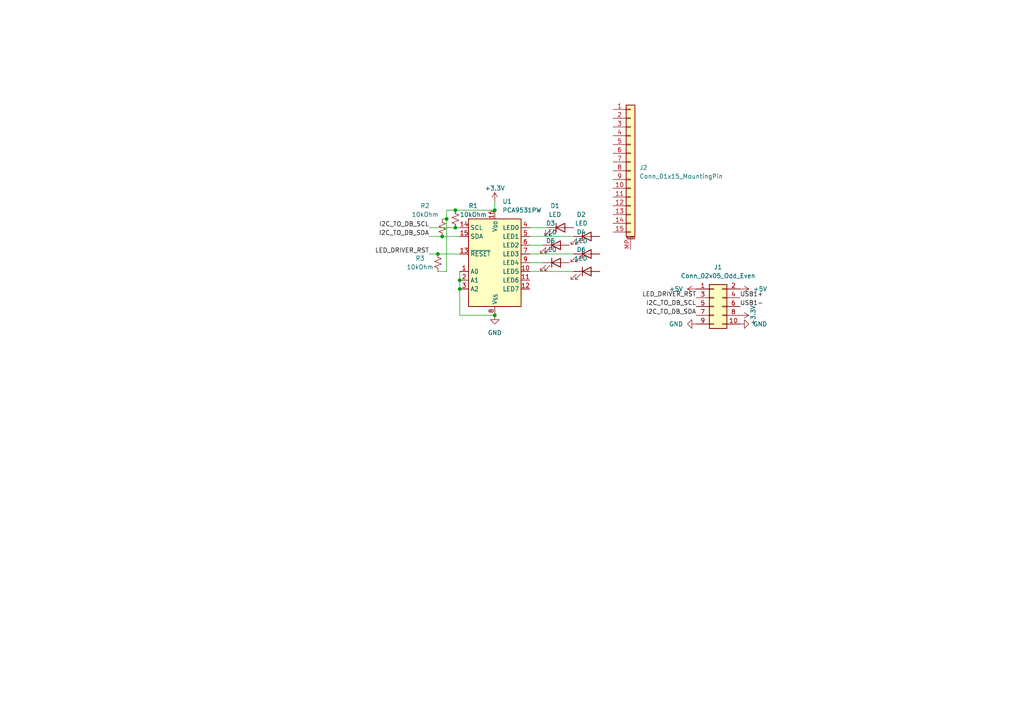
<source format=kicad_sch>
(kicad_sch (version 20230121) (generator eeschema)
  (paper "A4")
  (lib_symbols
    (symbol "Connector_Generic:Conn_02x05_Odd_Even" (pin_names (offset 1.016) hide)
      (property "Reference" "J" (at 1.27 7.62 0))
      (property "Value" "Conn_02x05_Odd_Even" (at 1.27 -7.62 0))
      (symbol "Conn_02x05_Odd_Even_1_1"
        (rectangle (start -1.27 -4.953) (end 0 -5.207) (stroke (width 0.1524)))
        (rectangle (start -1.27 -2.413) (end 0 -2.667) (stroke (width 0.1524)))
        (rectangle (start -1.27 0.127) (end 0 -0.127) (stroke (width 0.1524)))
        (rectangle (start -1.27 2.667) (end 0 2.413) (stroke (width 0.1524)))
        (rectangle (start -1.27 5.207) (end 0 4.953) (stroke (width 0.1524)))
        (rectangle (start -1.27 6.35) (end 3.81 -6.35) (stroke (width 0.254)) (fill (type background)))
        (rectangle (start 3.81 -4.953) (end 2.54 -5.207) (stroke (width 0.1524)))
        (rectangle (start 3.81 -2.413) (end 2.54 -2.667) (stroke (width 0.1524)))
        (rectangle (start 3.81 0.127) (end 2.54 -0.127) (stroke (width 0.1524)))
        (rectangle (start 3.81 2.667) (end 2.54 2.413) (stroke (width 0.1524)))
        (rectangle (start 3.81 5.207) (end 2.54 4.953) (stroke (width 0.1524)))
        (pin passive line (at -5.08 5.08 0) (length 3.81) (name "Pin_1") (number "1"))
        (pin passive line (at 7.62 -5.08 180) (length 3.81) (name "Pin_10") (number "10"))
        (pin passive line (at 7.62 5.08 180) (length 3.81) (name "Pin_2") (number "2"))
        (pin passive line (at -5.08 2.54 0) (length 3.81) (name "Pin_3") (number "3"))
        (pin passive line (at 7.62 2.54 180) (length 3.81) (name "Pin_4") (number "4"))
        (pin passive line (at -5.08 0 0) (length 3.81) (name "Pin_5") (number "5"))
        (pin passive line (at 7.62 0 180) (length 3.81) (name "Pin_6") (number "6"))
        (pin passive line (at -5.08 -2.54 0) (length 3.81) (name "Pin_7") (number "7"))
        (pin passive line (at 7.62 -2.54 180) (length 3.81) (name "Pin_8") (number "8"))
        (pin passive line (at -5.08 -5.08 0) (length 3.81) (name "Pin_9") (number "9"))
      )
    )
    (symbol "Connector_Generic_MountingPin:Conn_01x15_MountingPin" (pin_names (offset 1.016) hide)
      (property "Reference" "J" (at 0 20.32 0))
      (property "Value" "Conn_01x15_MountingPin" (at 1.27 -20.32 0))
      (symbol "Conn_01x15_MountingPin_1_1"
        (rectangle (start -1.27 -17.653) (end 0 -17.907) (stroke (width 0.1524)))
        (rectangle (start -1.27 -15.113) (end 0 -15.367) (stroke (width 0.1524)))
        (rectangle (start -1.27 -12.573) (end 0 -12.827) (stroke (width 0.1524)))
        (rectangle (start -1.27 -10.033) (end 0 -10.287) (stroke (width 0.1524)))
        (rectangle (start -1.27 -7.493) (end 0 -7.747) (stroke (width 0.1524)))
        (rectangle (start -1.27 -4.953) (end 0 -5.207) (stroke (width 0.1524)))
        (rectangle (start -1.27 -2.413) (end 0 -2.667) (stroke (width 0.1524)))
        (rectangle (start -1.27 0.127) (end 0 -0.127) (stroke (width 0.1524)))
        (rectangle (start -1.27 2.667) (end 0 2.413) (stroke (width 0.1524)))
        (rectangle (start -1.27 5.207) (end 0 4.953) (stroke (width 0.1524)))
        (rectangle (start -1.27 7.747) (end 0 7.493) (stroke (width 0.1524)))
        (rectangle (start -1.27 10.287) (end 0 10.033) (stroke (width 0.1524)))
        (rectangle (start -1.27 12.827) (end 0 12.573) (stroke (width 0.1524)))
        (rectangle (start -1.27 15.367) (end 0 15.113) (stroke (width 0.1524)))
        (rectangle (start -1.27 17.907) (end 0 17.653) (stroke (width 0.1524)))
        (rectangle (start -1.27 19.05) (end 1.27 -19.05) (stroke (width 0.254)) (fill (type background)))
        (polyline (pts (xy -1.016 -19.812) (xy 1.016 -19.812)) (stroke (width 0.1524)))
        (text "Mounting" (at 0 -19.431 0) (effects (font (size 0.381 0.381))))
        (pin passive line (at -5.08 17.78 0) (length 3.81) (name "Pin_1") (number "1"))
        (pin passive line (at -5.08 -5.08 0) (length 3.81) (name "Pin_10") (number "10"))
        (pin passive line (at -5.08 -7.62 0) (length 3.81) (name "Pin_11") (number "11"))
        (pin passive line (at -5.08 -10.16 0) (length 3.81) (name "Pin_12") (number "12"))
        (pin passive line (at -5.08 -12.7 0) (length 3.81) (name "Pin_13") (number "13"))
        (pin passive line (at -5.08 -15.24 0) (length 3.81) (name "Pin_14") (number "14"))
        (pin passive line (at -5.08 -17.78 0) (length 3.81) (name "Pin_15") (number "15"))
        (pin passive line (at -5.08 15.24 0) (length 3.81) (name "Pin_2") (number "2"))
        (pin passive line (at -5.08 12.7 0) (length 3.81) (name "Pin_3") (number "3"))
        (pin passive line (at -5.08 10.16 0) (length 3.81) (name "Pin_4") (number "4"))
        (pin passive line (at -5.08 7.62 0) (length 3.81) (name "Pin_5") (number "5"))
        (pin passive line (at -5.08 5.08 0) (length 3.81) (name "Pin_6") (number "6"))
        (pin passive line (at -5.08 2.54 0) (length 3.81) (name "Pin_7") (number "7"))
        (pin passive line (at -5.08 0 0) (length 3.81) (name "Pin_8") (number "8"))
        (pin passive line (at -5.08 -2.54 0) (length 3.81) (name "Pin_9") (number "9"))
        (pin passive line (at 0 -22.86 90) (length 3.048) (name "MountPin") (number "MP"))
      )
    )
    (symbol "Device:LED" (pin_numbers hide) (pin_names (offset 1.016) hide)
      (property "Reference" "D" (at 0 2.54 0))
      (property "Value" "LED" (at 0 -2.54 0))
      (symbol "LED_0_1"
        (polyline (pts (xy -1.27 -1.27) (xy -1.27 1.27)) (stroke (width 0.254)))
        (polyline (pts (xy -1.27 0) (xy 1.27 0)))
        (polyline (pts (xy 1.27 -1.27) (xy 1.27 1.27) (xy -1.27 0) (xy 1.27 -1.27)) (stroke (width 0.254)))
        (polyline (pts (xy -3.048 -0.762) (xy -4.572 -2.286) (xy -3.81 -2.286) (xy -4.572 -2.286) (xy -4.572 -1.524)))
        (polyline (pts (xy -1.778 -0.762) (xy -3.302 -2.286) (xy -2.54 -2.286) (xy -3.302 -2.286) (xy -3.302 -1.524)))
      )
      (symbol "LED_1_1"
        (pin passive line (at -3.81 0 0) (length 2.54) (name "K") (number "1"))
        (pin passive line (at 3.81 0 180) (length 2.54) (name "A") (number "2"))
      )
    )
    (symbol "Device:R_Small_US" (pin_numbers hide) (pin_names (offset 0.254) hide)
      (property "Reference" "R" (at 0.762 0.508 0))
      (property "Value" "R_Small_US" (at 0.762 -1.016 0))
      (symbol "R_Small_US_1_1"
        (polyline (pts (xy 0 0) (xy 1.016 -0.381) (xy 0 -0.762) (xy -1.016 -1.143) (xy 0 -1.524)))
        (polyline (pts (xy 0 1.524) (xy 1.016 1.143) (xy 0 0.762) (xy -1.016 0.381) (xy 0 0)))
        (pin passive line (at 0 2.54 270) (length 1.016) (name "~") (number "1"))
        (pin passive line (at 0 -2.54 90) (length 1.016) (name "~") (number "2"))
      )
    )
    (symbol "Driver_LED:PCA9531PW"
      (property "Reference" "U" (at -7.62 13.97 0))
      (property "Value" "PCA9531PW" (at 6.35 -13.97 0))
      (symbol "PCA9531PW_0_1"
        (rectangle (start -7.62 12.7) (end 7.62 -12.7) (stroke (width 0.254)) (fill (type background)))
      )
      (symbol "PCA9531PW_1_1"
        (pin input line (at -10.16 -2.54 0) (length 2.54) (name "A0") (number "1"))
        (pin open_collector line (at 10.16 -2.54 180) (length 2.54) (name "LED5") (number "10"))
        (pin open_collector line (at 10.16 -5.08 180) (length 2.54) (name "LED6") (number "11"))
        (pin open_collector line (at 10.16 -7.62 180) (length 2.54) (name "LED7") (number "12"))
        (pin input line (at -10.16 2.54 0) (length 2.54) (name "~{RESET}") (number "13"))
        (pin input line (at -10.16 10.16 0) (length 2.54) (name "SCL") (number "14"))
        (pin bidirectional line (at -10.16 7.62 0) (length 2.54) (name "SDA") (number "15"))
        (pin power_in line (at 0 15.24 270) (length 2.54) (name "V_{DD}") (number "16"))
        (pin input line (at -10.16 -5.08 0) (length 2.54) (name "A1") (number "2"))
        (pin input line (at -10.16 -7.62 0) (length 2.54) (name "A2") (number "3"))
        (pin open_collector line (at 10.16 10.16 180) (length 2.54) (name "LED0") (number "4"))
        (pin open_collector line (at 10.16 7.62 180) (length 2.54) (name "LED1") (number "5"))
        (pin open_collector line (at 10.16 5.08 180) (length 2.54) (name "LED2") (number "6"))
        (pin open_collector line (at 10.16 2.54 180) (length 2.54) (name "LED3") (number "7"))
        (pin power_in line (at 0 -15.24 90) (length 2.54) (name "V_{SS}") (number "8"))
        (pin open_collector line (at 10.16 0 180) (length 2.54) (name "LED4") (number "9"))
      )
    )
    (symbol "power:+3.3V" (power) (pin_names (offset 0))
      (property "Value" "+3.3V" (at 0 3.556 0))
      (symbol "+3.3V_0_1"
        (polyline (pts (xy -0.762 1.27) (xy 0 2.54)))
        (polyline (pts (xy 0 0) (xy 0 2.54)))
        (polyline (pts (xy 0 2.54) (xy 0.762 1.27)))
      )
      (symbol "+3.3V_1_1"
        (pin power_in line (at 0 0 90) (length 0) hide (name "+3.3V") (number "1"))
      )
    )
    (symbol "power:+5V" (power) (pin_names (offset 0))
      (property "Value" "+5V" (at 0 3.556 0))
      (symbol "+5V_0_1"
        (polyline (pts (xy -0.762 1.27) (xy 0 2.54)))
        (polyline (pts (xy 0 0) (xy 0 2.54)))
        (polyline (pts (xy 0 2.54) (xy 0.762 1.27)))
      )
      (symbol "+5V_1_1"
        (pin power_in line (at 0 0 90) (length 0) hide (name "+5V") (number "1"))
      )
    )
    (symbol "power:GND" (power) (pin_names (offset 0))
      (property "Value" "GND" (at 0 -3.81 0))
      (symbol "GND_0_1"
        (polyline (pts (xy 0 0) (xy 0 -1.27) (xy 1.27 -1.27) (xy 0 -2.54) (xy -1.27 -1.27) (xy 0 -1.27)))
      )
      (symbol "GND_1_1"
        (pin power_in line (at 0 0 270) (length 0) hide (name "GND") (number "1"))
      )
    )
  )
  (junction (at 128.27 68.58))
  (junction (at 133.35 81.28))
  (junction (at 132.08 60.96))
  (junction (at 129.54 63.5))
  (junction (at 127 73.66))
  (junction (at 132.08 66.04))
  (junction (at 143.51 91.44))
  (junction (at 133.35 83.82))
  (junction (at 143.51 60.96))
  (wire (pts (xy 132.08 60.96) (xy 143.51 60.96)))
  (wire (pts (xy 129.54 78.74) (xy 129.54 63.5)))
  (wire (pts (xy 124.46 73.66) (xy 127 73.66)))
  (wire (pts (xy 124.46 66.04) (xy 132.08 66.04)))
  (wire (pts (xy 133.35 91.44) (xy 143.51 91.44)))
  (wire (pts (xy 166.37 68.58) (xy 153.67 68.58)))
  (wire (pts (xy 133.35 83.82) (xy 133.35 91.44)))
  (wire (pts (xy 124.46 68.58) (xy 128.27 68.58)))
  (wire (pts (xy 143.51 58.42) (xy 143.51 60.96)))
  (wire (pts (xy 157.48 76.2) (xy 153.67 76.2)))
  (wire (pts (xy 127 73.66) (xy 133.35 73.66)))
  (wire (pts (xy 157.48 71.12) (xy 153.67 71.12)))
  (wire (pts (xy 158.75 66.04) (xy 153.67 66.04)))
  (wire (pts (xy 166.37 78.74) (xy 153.67 78.74)))
  (wire (pts (xy 166.37 73.66) (xy 153.67 73.66)))
  (wire (pts (xy 127 78.74) (xy 129.54 78.74)))
  (wire (pts (xy 132.08 60.96) (xy 129.54 60.96)))
  (wire (pts (xy 133.35 81.28) (xy 133.35 83.82)))
  (wire (pts (xy 129.54 60.96) (xy 129.54 63.5)))
  (wire (pts (xy 128.27 68.58) (xy 133.35 68.58)))
  (wire (pts (xy 129.54 63.5) (xy 128.27 63.5)))
  (wire (pts (xy 132.08 66.04) (xy 133.35 66.04)))
  (wire (pts (xy 133.35 78.74) (xy 133.35 81.28)))
  (label "LED_DRIVER_RST" (at 124.46 73.66 180))
  (label "USB1-" (at 214.63 88.9 0))
  (label "LED_DRIVER_RST" (at 201.93 86.36 180))
  (label "I2C_TO_DB_SCL" (at 124.46 66.04 180))
  (label "I2C_TO_DB_SCL" (at 201.93 88.9 180))
  (label "I2C_TO_DB_SDA" (at 124.46 68.58 180))
  (label "USB1+" (at 214.63 86.36 0))
  (label "I2C_TO_DB_SDA" (at 201.93 91.44 180))
  (symbol (lib_id "Device:LED") (at 161.29 71.12 0) (unit 1)
    (property "Reference" "D3" (at 159.7025 64.77 0))
    (property "Value" "LED" (at 159.7025 67.31 0))
    (property "Footprint" "LED_SMD:LED_1812_4532Metric_Pad1.30x3.40mm_HandSolder" (effects hide))
  )
  (symbol (lib_id "Device:LED") (at 170.18 73.66 0) (unit 1)
    (property "Reference" "D4" (at 168.5925 67.31 0))
    (property "Value" "LED" (at 168.5925 69.85 0))
    (property "Footprint" "LED_SMD:LED_1812_4532Metric_Pad1.30x3.40mm_HandSolder" (effects hide))
  )
  (symbol (lib_id "power:+3.3V") (at 214.63 91.44 270) (unit 1)
    (property "Reference" "#PWR05" (effects hide))
    (property "Value" "+3.3V" (at 218.44 91.44 0))
  )
  (symbol (lib_id "Device:LED") (at 161.29 76.2 0) (unit 1)
    (property "Reference" "D5" (at 159.7025 69.85 0))
    (property "Value" "LED" (at 159.7025 72.39 0))
    (property "Footprint" "LED_SMD:LED_1812_4532Metric_Pad1.30x3.40mm_HandSolder" (effects hide))
  )
  (symbol (lib_id "Device:LED") (at 170.18 68.58 0) (unit 1)
    (property "Reference" "D2" (at 168.5925 62.23 0))
    (property "Value" "LED" (at 168.5925 64.77 0))
    (property "Footprint" "LED_SMD:LED_1812_4532Metric_Pad1.30x3.40mm_HandSolder" (effects hide))
  )
  (symbol (lib_id "Driver_LED:PCA9531PW") (at 143.51 76.2 0) (unit 1)
    (property "Reference" "U1" (at 145.7041 58.42 0) (effects (justify left)))
    (property "Value" "PCA9531PW" (at 145.7041 60.96 0) (effects (justify left)))
    (property "Footprint" "Package_SO:TSSOP-16_4.4x5mm_P0.65mm" (effects hide))
    (property "Datasheet" "https://www.nxp.com/docs/en/data-sheet/PCA9531.pdf" (effects hide))
  )
  (symbol (lib_id "Device:LED") (at 162.56 66.04 0) (unit 1)
    (property "Reference" "D1" (at 160.9725 59.69 0))
    (property "Value" "LED" (at 160.9725 62.23 0))
    (property "Footprint" "LED_SMD:LED_1812_4532Metric_Pad1.30x3.40mm_HandSolder" (effects hide))
  )
  (symbol (lib_id "Device:R_Small_US") (at 127 76.2 180) (unit 1)
    (property "Reference" "R3" (at 123.19 74.93 0) (effects (justify left)))
    (property "Value" "10kOhm" (at 125.73 77.47 0) (effects (justify left)))
    (property "Footprint" "Resistor_SMD:R_0603_1608Metric" (effects hide))
  )
  (symbol (lib_id "power:+5V") (at 201.93 83.82 90) (unit 1)
    (property "Reference" "#PWR01" (effects hide))
    (property "Value" "+5V" (at 198.12 83.82 90) (effects (justify left)))
  )
  (symbol (lib_id "power:+5V") (at 214.63 83.82 270) (unit 1)
    (property "Reference" "#PWR04" (effects hide))
    (property "Value" "+5V" (at 218.44 83.82 90) (effects (justify left)))
  )
  (symbol (lib_id "power:+3.3V") (at 143.51 58.42 0) (unit 1)
    (property "Reference" "#PWR07" (effects hide))
    (property "Value" "+3.3V" (at 143.51 54.61 0))
  )
  (symbol (lib_id "Device:R_Small_US") (at 132.08 63.5 0) (unit 1)
    (property "Reference" "R1" (at 135.89 59.69 0) (effects (justify left)))
    (property "Value" "10kOhm" (at 133.35 62.23 0) (effects (justify left)))
    (property "Footprint" "Resistor_SMD:R_0603_1608Metric" (effects hide))
  )
  (symbol (lib_id "Device:R_Small_US") (at 128.27 66.04 0) (unit 1)
    (property "Reference" "R2" (at 121.92 59.69 0) (effects (justify left)))
    (property "Value" "10kOhm" (at 119.38 62.23 0) (effects (justify left)))
    (property "Footprint" "Resistor_SMD:R_0603_1608Metric" (effects hide))
  )
  (symbol (lib_id "Device:LED") (at 170.18 78.74 0) (unit 1)
    (property "Reference" "D6" (at 168.5925 72.39 0))
    (property "Value" "LED" (at 168.5925 74.93 0))
    (property "Footprint" "LED_SMD:LED_1812_4532Metric_Pad1.30x3.40mm_HandSolder" (effects hide))
  )
  (symbol (lib_id "power:GND") (at 214.63 93.98 90) (unit 1)
    (property "Reference" "#PWR03" (effects hide))
    (property "Value" "GND" (at 218.44 93.98 90) (effects (justify right)))
  )
  (symbol (lib_id "power:GND") (at 143.51 91.44 0) (unit 1)
    (property "Reference" "#PWR06" (effects hide))
    (property "Value" "GND" (at 143.51 96.52 0))
  )
  (symbol (lib_id "Connector_Generic_MountingPin:Conn_01x15_MountingPin") (at 182.88 49.53 0) (unit 1)
    (property "Reference" "J2" (at 185.42 48.6156 0) (effects (justify left)))
    (property "Value" "Conn_01x15_MountingPin" (at 185.42 51.1556 0) (effects (justify left)))
    (property "Footprint" "Connector_FFC-FPC:Molex_200528-0150_1x15-1MP_P1.00mm_Horizontal" (effects hide))
  )
  (symbol (lib_id "power:GND") (at 201.93 93.98 270) (unit 1)
    (property "Reference" "#PWR02" (effects hide))
    (property "Value" "GND" (at 198.12 93.98 90) (effects (justify right)))
  )
  (symbol (lib_id "Connector_Generic:Conn_02x05_Odd_Even") (at 207.01 88.9 0) (unit 1)
    (property "Reference" "J1" (at 208.28 77.47 0))
    (property "Value" "Conn_02x05_Odd_Even" (at 208.28 80.01 0))
    (property "Footprint" "Connector_PinSocket_1.27mm:PinSocket_2x05_P1.27mm_Vertical_SMD" (effects hide))
  )
)
</source>
